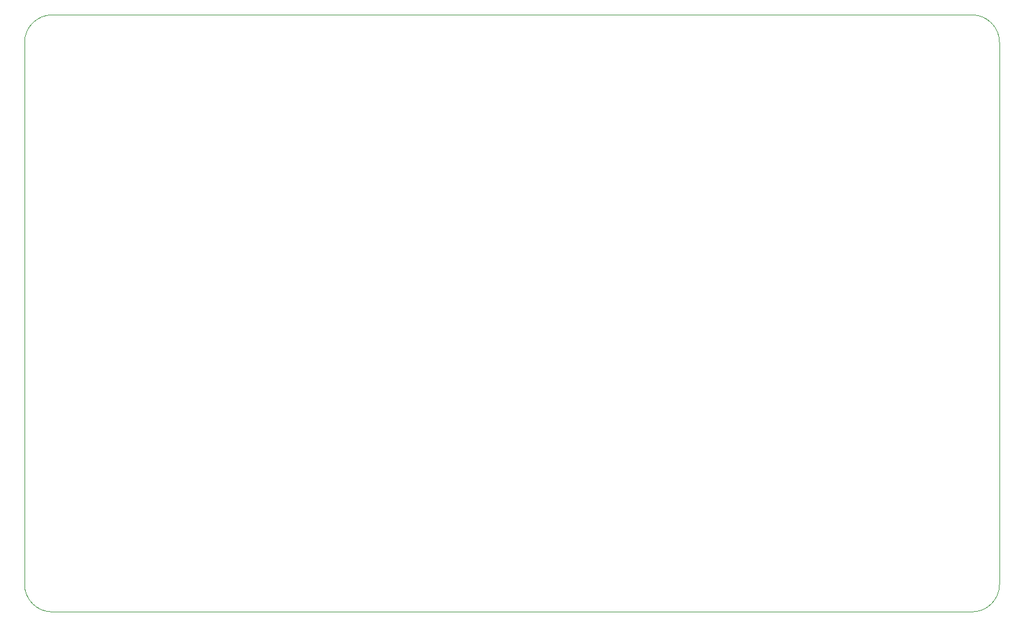
<source format=gm1>
G04 #@! TF.GenerationSoftware,KiCad,Pcbnew,(6.0.2-0)*
G04 #@! TF.CreationDate,2022-04-17T22:51:48-04:00*
G04 #@! TF.ProjectId,Cryologger AWS,4372796f-6c6f-4676-9765-72204157532e,rev?*
G04 #@! TF.SameCoordinates,Original*
G04 #@! TF.FileFunction,Profile,NP*
%FSLAX46Y46*%
G04 Gerber Fmt 4.6, Leading zero omitted, Abs format (unit mm)*
G04 Created by KiCad (PCBNEW (6.0.2-0)) date 2022-04-17 22:51:48*
%MOMM*%
%LPD*%
G01*
G04 APERTURE LIST*
G04 #@! TA.AperFunction,Profile*
%ADD10C,0.050000*%
G04 #@! TD*
G04 APERTURE END LIST*
D10*
X87630000Y-135890000D02*
X87630000Y-60960000D01*
X87630000Y-135890000D02*
G75*
G03*
X91440000Y-139700000I3809999J-1D01*
G01*
X222250000Y-60960000D02*
X222250000Y-135890000D01*
X91440000Y-139700000D02*
X218440000Y-139700000D01*
X91440000Y-57150000D02*
X218440000Y-57150000D01*
X222250000Y-60960000D02*
G75*
G03*
X218440000Y-57150000I-3809999J1D01*
G01*
X218440000Y-139700000D02*
G75*
G03*
X222250000Y-135890000I1J3809999D01*
G01*
X91440000Y-57150000D02*
G75*
G03*
X87630000Y-60960000I-1J-3809999D01*
G01*
M02*

</source>
